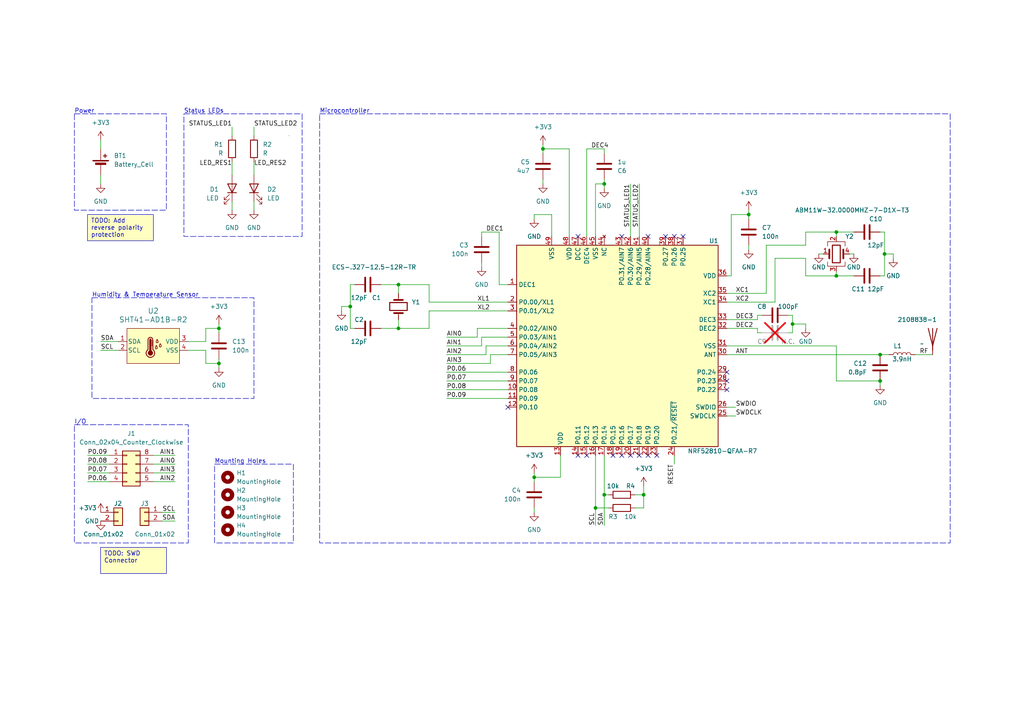
<source format=kicad_sch>
(kicad_sch (version 20230121) (generator eeschema)
  (paper "A4")
  (lib_symbols
    (symbol "Connector_Generic:Conn_01x02" (pin_names (offset 1.016) hide)
      (property "Reference" "J" (at 0 2.54 0))
      (property "Value" "Conn_01x02" (at 0 -5.08 0))
      (symbol "Conn_01x02_1_1"
        (rectangle (start -1.27 -2.413) (end 0 -2.667) (stroke (width 0.1524)))
        (rectangle (start -1.27 0.127) (end 0 -0.127) (stroke (width 0.1524)))
        (rectangle (start -1.27 1.27) (end 1.27 -3.81) (stroke (width 0.254)) (fill (type background)))
        (pin passive line (at -5.08 0 0) (length 3.81) (name "Pin_1") (number "1"))
        (pin passive line (at -5.08 -2.54 0) (length 3.81) (name "Pin_2") (number "2"))
      )
    )
    (symbol "Connector_Generic:Conn_02x04_Counter_Clockwise" (pin_names (offset 1.016) hide)
      (property "Reference" "J" (at 1.27 5.08 0))
      (property "Value" "Conn_02x04_Counter_Clockwise" (at 1.27 -7.62 0))
      (symbol "Conn_02x04_Counter_Clockwise_1_1"
        (rectangle (start -1.27 -4.953) (end 0 -5.207) (stroke (width 0.1524)))
        (rectangle (start -1.27 -2.413) (end 0 -2.667) (stroke (width 0.1524)))
        (rectangle (start -1.27 0.127) (end 0 -0.127) (stroke (width 0.1524)))
        (rectangle (start -1.27 2.667) (end 0 2.413) (stroke (width 0.1524)))
        (rectangle (start -1.27 3.81) (end 3.81 -6.35) (stroke (width 0.254)) (fill (type background)))
        (rectangle (start 3.81 -4.953) (end 2.54 -5.207) (stroke (width 0.1524)))
        (rectangle (start 3.81 -2.413) (end 2.54 -2.667) (stroke (width 0.1524)))
        (rectangle (start 3.81 0.127) (end 2.54 -0.127) (stroke (width 0.1524)))
        (rectangle (start 3.81 2.667) (end 2.54 2.413) (stroke (width 0.1524)))
        (pin passive line (at -5.08 2.54 0) (length 3.81) (name "Pin_1") (number "1"))
        (pin passive line (at -5.08 0 0) (length 3.81) (name "Pin_2") (number "2"))
        (pin passive line (at -5.08 -2.54 0) (length 3.81) (name "Pin_3") (number "3"))
        (pin passive line (at -5.08 -5.08 0) (length 3.81) (name "Pin_4") (number "4"))
        (pin passive line (at 7.62 -5.08 180) (length 3.81) (name "Pin_5") (number "5"))
        (pin passive line (at 7.62 -2.54 180) (length 3.81) (name "Pin_6") (number "6"))
        (pin passive line (at 7.62 0 180) (length 3.81) (name "Pin_7") (number "7"))
        (pin passive line (at 7.62 2.54 180) (length 3.81) (name "Pin_8") (number "8"))
      )
    )
    (symbol "Device:Antenna" (pin_numbers hide) (pin_names (offset 1.016) hide)
      (property "Reference" "AE" (at -1.905 1.905 0))
      (property "Value" "Antenna" (at -1.905 0 0))
      (symbol "Antenna_0_1"
        (polyline (pts (xy 0 2.54) (xy 0 -3.81)) (stroke (width 0.254)))
        (polyline (pts (xy 1.27 2.54) (xy 0 -2.54) (xy -1.27 2.54)) (stroke (width 0.254)))
      )
      (symbol "Antenna_1_1"
        (pin input line (at 0 -5.08 90) (length 2.54) (name "A") (number "1"))
      )
    )
    (symbol "Device:Battery_Cell" (pin_numbers hide) (pin_names (offset 0) hide)
      (property "Reference" "BT" (at 2.54 2.54 0))
      (property "Value" "Battery_Cell" (at 2.54 0 0))
      (symbol "Battery_Cell_0_1"
        (rectangle (start -2.286 1.778) (end 2.286 1.524) (fill (type outline)))
        (rectangle (start -1.524 1.016) (end 1.524 0.508) (fill (type outline)))
        (polyline (pts (xy 0 0.762) (xy 0 0)))
        (polyline (pts (xy 0 1.778) (xy 0 2.54)))
        (polyline (pts (xy 0.762 3.048) (xy 1.778 3.048)) (stroke (width 0.254)))
        (polyline (pts (xy 1.27 3.556) (xy 1.27 2.54)) (stroke (width 0.254)))
      )
      (symbol "Battery_Cell_1_1"
        (pin passive line (at 0 5.08 270) (length 2.54) (name "+") (number "1"))
        (pin passive line (at 0 -2.54 90) (length 2.54) (name "-") (number "2"))
      )
    )
    (symbol "Device:C" (pin_numbers hide) (pin_names (offset 0.254))
      (property "Reference" "C" (at 0.635 2.54 0))
      (property "Value" "C" (at 0.635 -2.54 0))
      (symbol "C_0_1"
        (polyline (pts (xy -2.032 -0.762) (xy 2.032 -0.762)) (stroke (width 0.508)))
        (polyline (pts (xy -2.032 0.762) (xy 2.032 0.762)) (stroke (width 0.508)))
      )
      (symbol "C_1_1"
        (pin passive line (at 0 3.81 270) (length 2.794) (name "~") (number "1"))
        (pin passive line (at 0 -3.81 90) (length 2.794) (name "~") (number "2"))
      )
    )
    (symbol "Device:Crystal" (pin_numbers hide) (pin_names (offset 1.016) hide)
      (property "Reference" "Y" (at 0 3.81 0))
      (property "Value" "Crystal" (at 0 -3.81 0))
      (symbol "Crystal_0_1"
        (rectangle (start -1.143 2.54) (end 1.143 -2.54) (stroke (width 0.3048)))
        (polyline (pts (xy -2.54 0) (xy -1.905 0)))
        (polyline (pts (xy -1.905 -1.27) (xy -1.905 1.27)) (stroke (width 0.508)))
        (polyline (pts (xy 1.905 -1.27) (xy 1.905 1.27)) (stroke (width 0.508)))
        (polyline (pts (xy 2.54 0) (xy 1.905 0)))
      )
      (symbol "Crystal_1_1"
        (pin passive line (at -3.81 0 0) (length 1.27) (name "1") (number "1"))
        (pin passive line (at 3.81 0 180) (length 1.27) (name "2") (number "2"))
      )
    )
    (symbol "Device:Crystal_GND23" (pin_names (offset 1.016) hide)
      (property "Reference" "Y" (at 3.175 5.08 0))
      (property "Value" "Crystal_GND23" (at 3.175 3.175 0))
      (symbol "Crystal_GND23_0_1"
        (rectangle (start -1.143 2.54) (end 1.143 -2.54) (stroke (width 0.3048)))
        (polyline (pts (xy -2.54 0) (xy -2.032 0)))
        (polyline (pts (xy -2.032 -1.27) (xy -2.032 1.27)) (stroke (width 0.508)))
        (polyline (pts (xy 0 -3.81) (xy 0 -3.556)))
        (polyline (pts (xy 0 3.556) (xy 0 3.81)))
        (polyline (pts (xy 2.032 -1.27) (xy 2.032 1.27)) (stroke (width 0.508)))
        (polyline (pts (xy 2.032 0) (xy 2.54 0)))
        (polyline (pts (xy -2.54 -2.286) (xy -2.54 -3.556) (xy 2.54 -3.556) (xy 2.54 -2.286)))
        (polyline (pts (xy -2.54 2.286) (xy -2.54 3.556) (xy 2.54 3.556) (xy 2.54 2.286)))
      )
      (symbol "Crystal_GND23_1_1"
        (pin passive line (at -3.81 0 0) (length 1.27) (name "1") (number "1"))
        (pin passive line (at 0 5.08 270) (length 1.27) (name "2") (number "2"))
        (pin passive line (at 0 -5.08 90) (length 1.27) (name "3") (number "3"))
        (pin passive line (at 3.81 0 180) (length 1.27) (name "4") (number "4"))
      )
    )
    (symbol "Device:L" (pin_numbers hide) (pin_names (offset 1.016) hide)
      (property "Reference" "L" (at -1.27 0 90))
      (property "Value" "L" (at 1.905 0 90))
      (symbol "L_0_1"
        (arc (start 0 -2.54) (mid 0.6323 -1.905) (end 0 -1.27))
        (arc (start 0 -1.27) (mid 0.6323 -0.635) (end 0 0))
        (arc (start 0 0) (mid 0.6323 0.635) (end 0 1.27))
        (arc (start 0 1.27) (mid 0.6323 1.905) (end 0 2.54))
      )
      (symbol "L_1_1"
        (pin passive line (at 0 3.81 270) (length 1.27) (name "1") (number "1"))
        (pin passive line (at 0 -3.81 90) (length 1.27) (name "2") (number "2"))
      )
    )
    (symbol "Device:LED" (pin_numbers hide) (pin_names (offset 1.016) hide)
      (property "Reference" "D" (at 0 2.54 0))
      (property "Value" "LED" (at 0 -2.54 0))
      (symbol "LED_0_1"
        (polyline (pts (xy -1.27 -1.27) (xy -1.27 1.27)) (stroke (width 0.254)))
        (polyline (pts (xy -1.27 0) (xy 1.27 0)))
        (polyline (pts (xy 1.27 -1.27) (xy 1.27 1.27) (xy -1.27 0) (xy 1.27 -1.27)) (stroke (width 0.254)))
        (polyline (pts (xy -3.048 -0.762) (xy -4.572 -2.286) (xy -3.81 -2.286) (xy -4.572 -2.286) (xy -4.572 -1.524)))
        (polyline (pts (xy -1.778 -0.762) (xy -3.302 -2.286) (xy -2.54 -2.286) (xy -3.302 -2.286) (xy -3.302 -1.524)))
      )
      (symbol "LED_1_1"
        (pin passive line (at -3.81 0 0) (length 2.54) (name "K") (number "1"))
        (pin passive line (at 3.81 0 180) (length 2.54) (name "A") (number "2"))
      )
    )
    (symbol "Device:R" (pin_numbers hide) (pin_names (offset 0))
      (property "Reference" "R" (at 2.032 0 90))
      (property "Value" "R" (at 0 0 90))
      (symbol "R_0_1"
        (rectangle (start -1.016 -2.54) (end 1.016 2.54) (stroke (width 0.254)))
      )
      (symbol "R_1_1"
        (pin passive line (at 0 3.81 270) (length 1.27) (name "~") (number "1"))
        (pin passive line (at 0 -3.81 90) (length 1.27) (name "~") (number "2"))
      )
    )
    (symbol "Mechanical:MountingHole" (pin_names (offset 1.016))
      (property "Reference" "H" (at 0 5.08 0))
      (property "Value" "MountingHole" (at 0 3.175 0))
      (symbol "MountingHole_0_1"
        (circle (center 0 0) (radius 1.27) (stroke (width 1.27)))
      )
    )
    (symbol "encyclopedia_galactica:NRF52810-QFAA-R7"
      (property "Reference" "U" (at 0 54.61 0))
      (property "Value" "NRF52810-QFAA-R7" (at 0 52.07 0))
      (symbol "NRF52810-QFAA-R7_0_1"
        (rectangle (start -29.21 29.21) (end 29.21 -29.21) (stroke (width 0.254)) (fill (type background)))
      )
      (symbol "NRF52810-QFAA-R7_1_1"
        (pin passive line (at -31.75 17.78 0) (length 2.54) (name "DEC1") (number "1"))
        (pin bidirectional line (at -31.75 -12.7 0) (length 2.54) (name "P0.08") (number "10"))
        (pin bidirectional line (at -31.75 -15.24 0) (length 2.54) (name "P0.09") (number "11"))
        (pin bidirectional line (at -31.75 -17.78 0) (length 2.54) (name "P0.10") (number "12"))
        (pin power_in line (at -16.51 -31.75 90) (length 2.54) (name "VDD") (number "13"))
        (pin bidirectional line (at -11.43 -31.75 90) (length 2.54) (name "P0.11") (number "14"))
        (pin bidirectional line (at -8.89 -31.75 90) (length 2.54) (name "P0.12") (number "15"))
        (pin bidirectional line (at -6.35 -31.75 90) (length 2.54) (name "P0.13") (number "16"))
        (pin bidirectional line (at -3.81 -31.75 90) (length 2.54) (name "P0.14") (number "17"))
        (pin bidirectional line (at -1.27 -31.75 90) (length 2.54) (name "P0.15") (number "18"))
        (pin bidirectional line (at 1.27 -31.75 90) (length 2.54) (name "P0.16") (number "19"))
        (pin bidirectional line (at -31.75 12.7 0) (length 2.54) (name "P0.00/XL1") (number "2"))
        (pin bidirectional line (at 3.81 -31.75 90) (length 2.54) (name "P0.17") (number "20"))
        (pin bidirectional line (at 6.35 -31.75 90) (length 2.54) (name "P0.18") (number "21"))
        (pin bidirectional line (at 8.89 -31.75 90) (length 2.54) (name "P0.19") (number "22"))
        (pin bidirectional line (at 11.43 -31.75 90) (length 2.54) (name "P0.20") (number "23"))
        (pin bidirectional line (at 16.51 -31.75 90) (length 2.54) (name "P0.21/~{RESET}") (number "24"))
        (pin input line (at 31.75 -20.32 180) (length 2.54) (name "SWDCLK") (number "25"))
        (pin bidirectional line (at 31.75 -17.78 180) (length 2.54) (name "SWDIO") (number "26"))
        (pin bidirectional line (at 31.75 -12.7 180) (length 2.54) (name "P0.22") (number "27"))
        (pin bidirectional line (at 31.75 -10.16 180) (length 2.54) (name "P0.23") (number "28"))
        (pin bidirectional line (at 31.75 -7.62 180) (length 2.54) (name "P0.24") (number "29"))
        (pin bidirectional line (at -31.75 10.16 0) (length 2.54) (name "P0.01/XL2") (number "3"))
        (pin passive line (at 31.75 -2.54 180) (length 2.54) (name "ANT") (number "30"))
        (pin power_in line (at 31.75 0 180) (length 2.54) (name "VSS") (number "31"))
        (pin passive line (at 31.75 5.08 180) (length 2.54) (name "DEC2") (number "32"))
        (pin passive line (at 31.75 7.62 180) (length 2.54) (name "DEC3") (number "33"))
        (pin input line (at 31.75 12.7 180) (length 2.54) (name "XC1") (number "34"))
        (pin input line (at 31.75 15.24 180) (length 2.54) (name "XC2") (number "35"))
        (pin passive line (at 31.75 20.32 180) (length 2.54) (name "VDD") (number "36"))
        (pin bidirectional line (at 19.05 31.75 270) (length 2.54) (name "P0.25") (number "37"))
        (pin bidirectional line (at 16.51 31.75 270) (length 2.54) (name "P0.26") (number "38"))
        (pin bidirectional line (at 13.97 31.75 270) (length 2.54) (name "P0.27") (number "39"))
        (pin bidirectional line (at -31.75 5.08 0) (length 2.54) (name "P0.02/AIN0") (number "4"))
        (pin bidirectional line (at 8.89 31.75 270) (length 2.54) (name "P0.28/AIN4") (number "40"))
        (pin bidirectional line (at 6.35 31.75 270) (length 2.54) (name "P0.29/AIN5") (number "41"))
        (pin bidirectional line (at 3.81 31.75 270) (length 2.54) (name "P0.30/AIN6") (number "42"))
        (pin bidirectional line (at 1.27 31.75 270) (length 2.54) (name "P0.31/AIN7") (number "43"))
        (pin no_connect line (at -3.81 31.75 270) (length 2.54) (name "NC") (number "44"))
        (pin passive line (at -6.35 31.75 270) (length 2.54) (name "VSS") (number "45"))
        (pin passive line (at -8.89 31.75 270) (length 2.54) (name "DEC4") (number "46"))
        (pin power_out line (at -11.43 31.75 270) (length 2.54) (name "DCC") (number "47"))
        (pin passive line (at -13.97 31.75 270) (length 2.54) (name "VDD") (number "48"))
        (pin passive line (at -19.05 31.75 270) (length 2.54) (name "VSS") (number "49"))
        (pin bidirectional line (at -31.75 2.54 0) (length 2.54) (name "P0.03/AIN1") (number "5"))
        (pin bidirectional line (at -31.75 0 0) (length 2.54) (name "P0.04/AIN2") (number "6"))
        (pin bidirectional line (at -31.75 -2.54 0) (length 2.54) (name "P0.05/AIN3") (number "7"))
        (pin bidirectional line (at -31.75 -7.62 0) (length 2.54) (name "P0.06") (number "8"))
        (pin bidirectional line (at -31.75 -10.16 0) (length 2.54) (name "P0.07") (number "9"))
      )
    )
    (symbol "encyclopedia_galactica:SHT41-AD1B-R2" (pin_names (offset 0.254))
      (property "Reference" "U" (at 0 13.97 0))
      (property "Value" "SHT41-AD1B-R2" (at 0 11.43 0))
      (symbol "SHT41-AD1B-R2_0_0"
        (polyline (pts (xy -0.7782 -2.7679) (xy -0.7538 -2.7614) (xy -0.6273 -2.7452) (xy -0.5713 -2.733) (xy -0.4386 -2.65) (xy -0.3005 -2.5149) (xy -0.1862 -2.3589) (xy -0.1253 -2.2133) (xy -0.1122 -1.9777) (xy -0.1841 -1.7536) (xy -0.3553 -1.5359) (xy -0.5465 -1.3446) (xy -0.5465 0.2882) (xy -0.5465 1.9209) (xy -0.6855 2.012) (xy -0.7691 2.0613) (xy -0.8546 2.0708) (xy -0.9634 2.012) (xy -1.1023 1.9209) (xy -1.1023 0.2767) (xy -1.1023 -1.3675) (xy -1.2424 -1.4777) (xy -1.2888 -1.5171) (xy -1.4497 -1.7284) (xy -1.5229 -1.9679) (xy -1.5126 -2.2124) (xy -1.4228 -2.4384) (xy -1.2576 -2.6226) (xy -1.0211 -2.7416) (xy -0.8813 -2.7694) (xy -0.7782 -2.7679)) (stroke (width 0.01)) (fill (type outline)))
        (polyline (pts (xy 2.1727 -0.3391) (xy 2.3119 -0.2679) (xy 2.3683 -0.175) (xy 2.3992 -0.0278) (xy 2.3871 0.0546) (xy 2.337 0.2108) (xy 2.2619 0.3868) (xy 2.177 0.5511) (xy 2.0973 0.6727) (xy 2.0379 0.7202) (xy 1.9994 0.6955) (xy 1.9245 0.5928) (xy 1.8393 0.4391) (xy 1.7593 0.2658) (xy 1.6999 0.1045) (xy 1.6767 -0.0135) (xy 1.6805 -0.0349) (xy 1.7878 -0.0349) (xy 1.7977 0.0177) (xy 1.8421 0.1542) (xy 1.9103 0.3256) (xy 2.0328 0.6103) (xy 2.1597 0.3359) (xy 2.2226 0.1922) (xy 2.2764 0.0231) (xy 2.275 -0.0919) (xy 2.2213 -0.1774) (xy 2.1655 -0.214) (xy 2.0379 -0.2441) (xy 1.9584 -0.2324) (xy 1.8367 -0.1559) (xy 1.7878 -0.0349) (xy 1.6805 -0.0349) (xy 1.6952 -0.1171) (xy 1.7686 -0.2536) (xy 1.8305 -0.3015) (xy 1.9945 -0.3498) (xy 2.1727 -0.3391)) (stroke (width 0.01)) (fill (type outline)))
        (polyline (pts (xy 1.2779 0.8852) (xy 1.3876 0.9342) (xy 1.439 1.0346) (xy 1.4494 1.2197) (xy 1.4056 1.4476) (xy 1.3104 1.6903) (xy 1.2438 1.815) (xy 1.1682 1.9333) (xy 1.1209 1.9791) (xy 1.087 1.9506) (xy 1.016 1.8457) (xy 0.9313 1.6903) (xy 0.8493 1.4902) (xy 0.7962 1.2577) (xy 0.7964 1.2083) (xy 0.8985 1.2083) (xy 0.907 1.2863) (xy 0.947 1.4367) (xy 1.0063 1.5899) (xy 1.0699 1.7089) (xy 1.1227 1.7568) (xy 1.1687 1.7194) (xy 1.2295 1.6057) (xy 1.286 1.4514) (xy 1.3252 1.2933) (xy 1.3338 1.1679) (xy 1.3235 1.1054) (xy 1.2709 1.0212) (xy 1.1467 0.9899) (xy 1.1356 0.9889) (xy 0.987 0.994) (xy 0.9164 1.0597) (xy 0.8985 1.2083) (xy 0.7964 1.2083) (xy 0.7968 1.063) (xy 0.8541 0.9342) (xy 0.9555 0.8871) (xy 1.116 0.8695) (xy 1.2779 0.8852)) (stroke (width 0.01)) (fill (type outline)))
        (polyline (pts (xy 1.1245 -0.8535) (xy 1.1312 -0.8498) (xy 1.2085 -0.7577) (xy 1.2315 -0.5895) (xy 1.2238 -0.507) (xy 1.1823 -0.3342) (xy 1.116 -0.1464) (xy 1.038 0.0259) (xy 0.9612 0.1517) (xy 0.8985 0.2005) (xy 0.864 0.1827) (xy 0.7914 0.0847) (xy 0.7123 -0.0722) (xy 0.6397 -0.2572) (xy 0.5864 -0.4397) (xy 0.5682 -0.5702) (xy 0.6762 -0.5702) (xy 0.6847 -0.4923) (xy 0.7246 -0.3419) (xy 0.784 -0.1887) (xy 0.8476 -0.0697) (xy 0.9004 -0.0218) (xy 0.9464 -0.0591) (xy 1.0072 -0.1728) (xy 1.0637 -0.3271) (xy 1.1029 -0.4853) (xy 1.1115 -0.6106) (xy 1.1012 -0.6731) (xy 1.0485 -0.7574) (xy 0.9243 -0.7887) (xy 0.9133 -0.7897) (xy 0.7647 -0.7846) (xy 0.6941 -0.7188) (xy 0.6762 -0.5702) (xy 0.5682 -0.5702) (xy 0.5656 -0.5887) (xy 0.5845 -0.7427) (xy 0.6623 -0.851) (xy 0.7257 -0.88) (xy 0.9286 -0.906) (xy 1.1245 -0.8535)) (stroke (width 0.01)) (fill (type outline)))
        (polyline (pts (xy -0.5545 -3.3797) (xy -0.2175 -3.2426) (xy 0.0945 -2.9972) (xy 0.1243 -2.9669) (xy 0.3463 -2.6832) (xy 0.4707 -2.3844) (xy 0.5089 -2.044) (xy 0.476 -1.8294) (xy 0.3828 -1.5698) (xy 0.2505 -1.3237) (xy 0.1 -1.1376) (xy -0.0463 -1.0029) (xy -0.0464 0.4742) (xy -0.0467 0.7893) (xy -0.0488 1.1761) (xy -0.0534 1.4752) (xy -0.0614 1.7005) (xy -0.0736 1.8661) (xy -0.0909 1.986) (xy -0.1139 2.0742) (xy -0.1437 2.1447) (xy -0.2598 2.3183) (xy -0.4689 2.4887) (xy -0.7142 2.5745) (xy -0.9722 2.5687) (xy -1.2192 2.4643) (xy -1.2384 2.4513) (xy -1.3421 2.3751) (xy -1.424 2.294) (xy -1.4867 2.1948) (xy -1.5327 2.0641) (xy -1.5646 1.8887) (xy -1.585 1.6553) (xy -1.5964 1.3506) (xy -1.6014 0.9613) (xy -1.6025 0.4742) (xy -1.6026 -1.0029) (xy -1.7489 -1.1376) (xy -1.8907 -1.3105) (xy -2.0247 -1.5544) (xy -2.1208 -1.8145) (xy -2.1578 -2.044) (xy -2.1575 -2.0827) (xy -2.138 -2.2218) (xy -1.9808 -2.2218) (xy -1.9707 -1.897) (xy -1.8626 -1.5804) (xy -1.6554 -1.2905) (xy -1.4358 -1.0597) (xy -1.4358 0.4346) (xy -1.4358 0.4797) (xy -1.4346 0.9365) (xy -1.4309 1.2963) (xy -1.424 1.572) (xy -1.4133 1.7764) (xy -1.398 1.9226) (xy -1.3777 2.0235) (xy -1.3515 2.0921) (xy -1.3513 2.0925) (xy -1.216 2.2564) (xy -1.0244 2.3768) (xy -0.8244 2.4237) (xy -0.7891 2.4224) (xy -0.5709 2.3561) (xy -0.3871 2.2073) (xy -0.2603 2.0002) (xy -0.2131 1.7595) (xy -0.2144 1.7118) (xy -0.2434 1.6157) (xy -0.3242 1.59) (xy -0.389 1.5745) (xy -0.4354 1.5066) (xy -0.4147 1.458) (xy -0.3242 1.4233) (xy -0.2391 1.3933) (xy -0.2131 1.2843) (xy -0.237 1.1779) (xy -0.3242 1.1454) (xy -0.389 1.1299) (xy -0.4354 1.062) (xy -0.4147 1.0134) (xy -0.3242 0.9786) (xy -0.2391 0.9486) (xy -0.2131 0.8397) (xy -0.237 0.7333) (xy -0.3242 0.7007) (xy -0.389 0.6853) (xy -0.4354 0.6174) (xy -0.4147 0.5687) (xy -0.3242 0.534) (xy -0.2391 0.504) (xy -0.2131 0.395) (xy -0.237 0.2887) (xy -0.3242 0.2561) (xy -0.389 0.2406) (xy -0.4354 0.1727) (xy -0.4147 0.1241) (xy -0.3242 0.0894) (xy -0.3128 0.0892) (xy -0.2667 0.0778) (xy -0.2375 0.0345) (xy -0.2213 -0.0606) (xy -0.2145 -0.2272) (xy -0.2131 -0.4852) (xy -0.2131 -1.0597) (xy 0.0065 -1.2905) (xy 0.1132 -1.418) (xy 0.2758 -1.7239) (xy 0.3386 -2.0486) (xy 0.3025 -2.3736) (xy 0.168 -2.6806) (xy -0.0639 -2.9511) (xy -0.1168 -2.9941) (xy -0.3007 -3.1115) (xy -0.4755 -3.1865) (xy -0.586 -3.2131) (xy -0.9384 -3.2355) (xy -1.2628 -3.1514) (xy -1.568 -2.9592) (xy -1.7106 -2.8208) (xy -1.8938 -2.5359) (xy -1.9808 -2.2218) (xy -2.138 -2.2218) (xy -2.1106 -2.4174) (xy -1.9764 -2.7137) (xy -1.7434 -2.9978) (xy -1.5826 -3.142) (xy -1.4085 -3.2682) (xy -1.2691 -3.3395) (xy -0.9161 -3.4084) (xy -0.5545 -3.3797)) (stroke (width 0.01)) (fill (type outline)))
      )
      (symbol "SHT41-AD1B-R2_1_1"
        (rectangle (start -7.62 5.08) (end 7.62 -5.08) (fill (type background)))
        (pin bidirectional line (at -10.16 1.27 0) (length 2.54) (name "SDA") (number "1"))
        (pin input line (at -10.16 -1.27 0) (length 2.54) (name "SCL") (number "2"))
        (pin power_in line (at 10.16 1.27 180) (length 2.54) (name "VDD") (number "3"))
        (pin power_out line (at 10.16 -1.27 180) (length 2.54) (name "VSS") (number "4"))
      )
    )
    (symbol "power:+3V3" (power) (pin_names (offset 0))
      (property "Value" "+3V3" (at 0 3.556 0))
      (symbol "+3V3_0_1"
        (polyline (pts (xy -0.762 1.27) (xy 0 2.54)))
        (polyline (pts (xy 0 0) (xy 0 2.54)))
        (polyline (pts (xy 0 2.54) (xy 0.762 1.27)))
      )
      (symbol "+3V3_1_1"
        (pin power_in line (at 0 0 90) (length 0) hide (name "+3V3") (number "1"))
      )
    )
    (symbol "power:GND" (power) (pin_names (offset 0))
      (property "Value" "GND" (at 0 -3.81 0))
      (symbol "GND_0_1"
        (polyline (pts (xy 0 0) (xy 0 -1.27) (xy 1.27 -1.27) (xy 0 -2.54) (xy -1.27 -1.27) (xy 0 -1.27)))
      )
      (symbol "GND_1_1"
        (pin power_in line (at 0 0 270) (length 0) hide (name "GND") (number "1"))
      )
    )
  )
  (junction (at 242.57 67.31))
  (junction (at 175.26 143.51))
  (junction (at 255.27 110.49))
  (junction (at 175.26 53.34))
  (junction (at 186.69 143.51))
  (junction (at 255.27 102.87))
  (junction (at 115.57 95.25))
  (junction (at 63.5 105.41))
  (junction (at 154.94 138.43))
  (junction (at 217.17 62.23))
  (junction (at 242.57 80.01))
  (junction (at 101.6 88.9))
  (junction (at 229.87 93.98))
  (junction (at 115.57 82.55))
  (junction (at 63.5 95.25))
  (junction (at 256.54 73.66))
  (junction (at 157.48 43.18))
  (junction (at 172.72 147.32))
  (no_connect (at 182.88 132.08))
  (no_connect (at 147.32 118.11))
  (no_connect (at 210.82 113.03))
  (no_connect (at 210.82 110.49))
  (no_connect (at 167.64 132.08))
  (no_connect (at 180.34 132.08))
  (no_connect (at 170.18 132.08))
  (no_connect (at 177.8 132.08))
  (no_connect (at 190.5 132.08))
  (no_connect (at 187.96 68.58))
  (no_connect (at 185.42 132.08))
  (no_connect (at 180.34 68.58))
  (no_connect (at 187.96 132.08))
  (no_connect (at 195.58 68.58))
  (no_connect (at 193.04 68.58))
  (no_connect (at 210.82 107.95))
  (no_connect (at 198.12 68.58))
  (no_connect (at 167.64 68.58))
  (wire (pts (xy 129.54 100.33) (xy 139.7 100.33)))
  (wire (pts (xy 139.7 76.2) (xy 139.7 77.47)))
  (wire (pts (xy 101.6 95.25) (xy 101.6 88.9)))
  (wire (pts (xy 175.26 52.07) (xy 175.26 53.34)))
  (wire (pts (xy 242.57 80.01) (xy 242.57 78.74)))
  (wire (pts (xy 212.09 80.01) (xy 210.82 80.01)))
  (wire (pts (xy 29.21 101.6) (xy 34.29 101.6)))
  (wire (pts (xy 147.32 97.79) (xy 139.7 97.79)))
  (wire (pts (xy 222.25 71.12) (xy 222.25 85.09)))
  (wire (pts (xy 157.48 52.07) (xy 157.48 53.34)))
  (wire (pts (xy 129.54 115.57) (xy 147.32 115.57)))
  (wire (pts (xy 233.68 93.98) (xy 229.87 93.98)))
  (wire (pts (xy 184.15 143.51) (xy 186.69 143.51)))
  (wire (pts (xy 224.79 74.93) (xy 233.68 74.93)))
  (wire (pts (xy 63.5 93.98) (xy 63.5 95.25)))
  (wire (pts (xy 115.57 82.55) (xy 115.57 85.09)))
  (wire (pts (xy 124.46 82.55) (xy 124.46 87.63)))
  (wire (pts (xy 265.43 102.87) (xy 270.51 102.87)))
  (wire (pts (xy 29.21 50.8) (xy 29.21 53.34)))
  (wire (pts (xy 172.72 147.32) (xy 176.53 147.32)))
  (wire (pts (xy 182.88 53.34) (xy 182.88 68.58)))
  (wire (pts (xy 140.97 100.33) (xy 140.97 102.87)))
  (wire (pts (xy 44.45 137.16) (xy 50.8 137.16)))
  (wire (pts (xy 59.69 95.25) (xy 63.5 95.25)))
  (wire (pts (xy 175.26 143.51) (xy 175.26 152.4)))
  (wire (pts (xy 256.54 80.01) (xy 256.54 73.66)))
  (wire (pts (xy 220.98 96.52) (xy 219.71 96.52)))
  (wire (pts (xy 185.42 53.34) (xy 185.42 68.58)))
  (wire (pts (xy 67.31 36.83) (xy 67.31 39.37)))
  (wire (pts (xy 175.26 143.51) (xy 176.53 143.51)))
  (wire (pts (xy 102.87 95.25) (xy 101.6 95.25)))
  (wire (pts (xy 154.94 147.32) (xy 154.94 148.59)))
  (wire (pts (xy 129.54 102.87) (xy 140.97 102.87)))
  (wire (pts (xy 129.54 107.95) (xy 147.32 107.95)))
  (wire (pts (xy 129.54 110.49) (xy 147.32 110.49)))
  (wire (pts (xy 139.7 68.58) (xy 139.7 67.31)))
  (wire (pts (xy 29.21 40.64) (xy 29.21 43.18)))
  (wire (pts (xy 154.94 138.43) (xy 162.56 138.43)))
  (wire (pts (xy 144.78 82.55) (xy 144.78 67.31)))
  (wire (pts (xy 144.78 67.31) (xy 139.7 67.31)))
  (wire (pts (xy 172.72 147.32) (xy 172.72 152.4)))
  (wire (pts (xy 147.32 95.25) (xy 138.43 95.25)))
  (wire (pts (xy 233.68 95.25) (xy 233.68 93.98)))
  (wire (pts (xy 255.27 102.87) (xy 257.81 102.87)))
  (wire (pts (xy 229.87 93.98) (xy 229.87 96.52)))
  (wire (pts (xy 59.69 99.06) (xy 59.69 95.25)))
  (wire (pts (xy 44.45 139.7) (xy 50.8 139.7)))
  (wire (pts (xy 217.17 60.96) (xy 217.17 62.23)))
  (wire (pts (xy 63.5 95.25) (xy 63.5 96.52)))
  (wire (pts (xy 242.57 67.31) (xy 233.68 67.31)))
  (wire (pts (xy 238.76 73.66) (xy 237.49 73.66)))
  (wire (pts (xy 170.18 43.18) (xy 170.18 68.58)))
  (wire (pts (xy 129.54 113.03) (xy 147.32 113.03)))
  (wire (pts (xy 220.98 91.44) (xy 219.71 91.44)))
  (wire (pts (xy 154.94 138.43) (xy 154.94 139.7)))
  (wire (pts (xy 165.1 43.18) (xy 157.48 43.18)))
  (wire (pts (xy 228.6 91.44) (xy 229.87 91.44)))
  (wire (pts (xy 25.4 134.62) (xy 31.75 134.62)))
  (wire (pts (xy 154.94 137.16) (xy 154.94 138.43)))
  (wire (pts (xy 210.82 100.33) (xy 242.57 100.33)))
  (wire (pts (xy 99.06 90.17) (xy 99.06 88.9)))
  (wire (pts (xy 210.82 102.87) (xy 255.27 102.87)))
  (wire (pts (xy 110.49 82.55) (xy 115.57 82.55)))
  (wire (pts (xy 142.24 102.87) (xy 142.24 105.41)))
  (wire (pts (xy 139.7 97.79) (xy 139.7 100.33)))
  (wire (pts (xy 157.48 41.91) (xy 157.48 43.18)))
  (wire (pts (xy 25.4 137.16) (xy 31.75 137.16)))
  (wire (pts (xy 165.1 68.58) (xy 165.1 43.18)))
  (wire (pts (xy 172.72 132.08) (xy 172.72 147.32)))
  (wire (pts (xy 224.79 74.93) (xy 224.79 87.63)))
  (wire (pts (xy 184.15 147.32) (xy 186.69 147.32)))
  (wire (pts (xy 186.69 143.51) (xy 186.69 140.97)))
  (wire (pts (xy 175.26 132.08) (xy 175.26 143.51)))
  (wire (pts (xy 242.57 67.31) (xy 242.57 68.58)))
  (wire (pts (xy 256.54 67.31) (xy 255.27 67.31)))
  (wire (pts (xy 233.68 80.01) (xy 242.57 80.01)))
  (wire (pts (xy 73.66 58.42) (xy 73.66 60.96)))
  (wire (pts (xy 195.58 132.08) (xy 195.58 134.62)))
  (wire (pts (xy 242.57 100.33) (xy 242.57 110.49)))
  (wire (pts (xy 247.65 73.66) (xy 246.38 73.66)))
  (wire (pts (xy 217.17 62.23) (xy 217.17 63.5)))
  (wire (pts (xy 50.8 148.59) (xy 46.99 148.59)))
  (wire (pts (xy 138.43 95.25) (xy 138.43 97.79)))
  (wire (pts (xy 242.57 110.49) (xy 255.27 110.49)))
  (wire (pts (xy 115.57 95.25) (xy 124.46 95.25)))
  (wire (pts (xy 25.4 132.08) (xy 31.75 132.08)))
  (wire (pts (xy 210.82 95.25) (xy 219.71 95.25)))
  (wire (pts (xy 50.8 151.13) (xy 46.99 151.13)))
  (wire (pts (xy 217.17 71.12) (xy 217.17 72.39)))
  (wire (pts (xy 25.4 139.7) (xy 31.75 139.7)))
  (wire (pts (xy 63.5 105.41) (xy 63.5 106.68)))
  (wire (pts (xy 157.48 43.18) (xy 157.48 44.45)))
  (wire (pts (xy 259.08 74.93) (xy 259.08 73.66)))
  (wire (pts (xy 124.46 87.63) (xy 147.32 87.63)))
  (wire (pts (xy 124.46 90.17) (xy 147.32 90.17)))
  (wire (pts (xy 67.31 58.42) (xy 67.31 60.96)))
  (wire (pts (xy 160.02 62.23) (xy 154.94 62.23)))
  (wire (pts (xy 67.31 46.99) (xy 67.31 50.8)))
  (wire (pts (xy 44.45 132.08) (xy 50.8 132.08)))
  (wire (pts (xy 115.57 82.55) (xy 124.46 82.55)))
  (wire (pts (xy 210.82 92.71) (xy 219.71 92.71)))
  (wire (pts (xy 212.09 62.23) (xy 217.17 62.23)))
  (wire (pts (xy 175.26 43.18) (xy 175.26 44.45)))
  (wire (pts (xy 228.6 96.52) (xy 229.87 96.52)))
  (wire (pts (xy 255.27 80.01) (xy 256.54 80.01)))
  (wire (pts (xy 138.43 97.79) (xy 129.54 97.79)))
  (wire (pts (xy 124.46 95.25) (xy 124.46 90.17)))
  (wire (pts (xy 175.26 53.34) (xy 175.26 54.61)))
  (wire (pts (xy 210.82 120.65) (xy 213.36 120.65)))
  (wire (pts (xy 101.6 88.9) (xy 101.6 82.55)))
  (wire (pts (xy 170.18 43.18) (xy 175.26 43.18)))
  (wire (pts (xy 73.66 46.99) (xy 73.66 50.8)))
  (wire (pts (xy 147.32 102.87) (xy 142.24 102.87)))
  (wire (pts (xy 186.69 147.32) (xy 186.69 143.51)))
  (wire (pts (xy 63.5 104.14) (xy 63.5 105.41)))
  (wire (pts (xy 224.79 87.63) (xy 210.82 87.63)))
  (wire (pts (xy 219.71 95.25) (xy 219.71 96.52)))
  (wire (pts (xy 233.68 67.31) (xy 233.68 71.12)))
  (wire (pts (xy 142.24 105.41) (xy 129.54 105.41)))
  (wire (pts (xy 44.45 134.62) (xy 50.8 134.62)))
  (wire (pts (xy 255.27 110.49) (xy 255.27 111.76)))
  (wire (pts (xy 54.61 99.06) (xy 59.69 99.06)))
  (wire (pts (xy 256.54 73.66) (xy 256.54 67.31)))
  (wire (pts (xy 172.72 53.34) (xy 175.26 53.34)))
  (wire (pts (xy 259.08 73.66) (xy 256.54 73.66)))
  (wire (pts (xy 59.69 101.6) (xy 59.69 105.41)))
  (wire (pts (xy 154.94 62.23) (xy 154.94 63.5)))
  (wire (pts (xy 160.02 68.58) (xy 160.02 62.23)))
  (wire (pts (xy 147.32 82.55) (xy 144.78 82.55)))
  (wire (pts (xy 73.66 36.83) (xy 73.66 39.37)))
  (wire (pts (xy 233.68 80.01) (xy 233.68 74.93)))
  (wire (pts (xy 247.65 67.31) (xy 242.57 67.31)))
  (wire (pts (xy 54.61 101.6) (xy 59.69 101.6)))
  (wire (pts (xy 229.87 91.44) (xy 229.87 93.98)))
  (wire (pts (xy 115.57 92.71) (xy 115.57 95.25)))
  (wire (pts (xy 29.21 99.06) (xy 34.29 99.06)))
  (wire (pts (xy 110.49 95.25) (xy 115.57 95.25)))
  (wire (pts (xy 147.32 100.33) (xy 140.97 100.33)))
  (wire (pts (xy 59.69 105.41) (xy 63.5 105.41)))
  (wire (pts (xy 162.56 132.08) (xy 162.56 138.43)))
  (wire (pts (xy 212.09 62.23) (xy 212.09 80.01)))
  (wire (pts (xy 172.72 53.34) (xy 172.72 68.58)))
  (wire (pts (xy 210.82 118.11) (xy 213.36 118.11)))
  (wire (pts (xy 222.25 71.12) (xy 233.68 71.12)))
  (wire (pts (xy 99.06 88.9) (xy 101.6 88.9)))
  (wire (pts (xy 247.65 80.01) (xy 242.57 80.01)))
  (wire (pts (xy 210.82 85.09) (xy 222.25 85.09)))
  (wire (pts (xy 101.6 82.55) (xy 102.87 82.55)))
  (wire (pts (xy 219.71 91.44) (xy 219.71 92.71)))
  (rectangle (start 53.34 33.02) (end 87.63 68.58) (stroke (width 0) (type dash)))
  (rectangle (start 21.59 123.19) (end 54.61 157.48) (stroke (width 0) (type dash)))
  (rectangle (start 21.59 33.02) (end 48.26 60.96) (stroke (width 0) (type dash)))
  (rectangle (start 92.71 33.02) (end 275.59 157.48) (stroke (width 0) (type dash)))
  (rectangle (start 26.67 86.36) (end 73.66 115.57) (stroke (width 0) (type dash)))
  (rectangle (start 62.23 134.62) (end 85.09 157.48) (stroke (width 0) (type dash)))
  (rectangle (start 83.82 39.37) (end 83.82 39.37))
  (text_box "TODO: Add reverse polarity protection" (at 25.4 62.23 0) (size 19.05 7.62) (fill (type color) (color 255 255 194 1)) (effects (font (size 1.27 1.27)) (justify left top)))
  (text_box "TODO: SWD Connector" (at 29.21 158.75 0) (size 19.05 7.62) (fill (type color) (color 255 255 194 1)) (effects (font (size 1.27 1.27)) (justify left top)))
  (text "Humidity & Temperature Sensor" (at 26.67 86.36 0) (effects (font (size 1.27 1.27)) (justify left bottom)))
  (text "Microcontroller" (at 92.71 33.02 0) (effects (font (size 1.27 1.27)) (justify left bottom)))
  (text "Mounting Holes" (at 62.23 134.62 0) (effects (font (size 1.27 1.27)) (justify left bottom)))
  (text "I/O" (at 21.59 123.19 0) (effects (font (size 1.27 1.27)) (justify left bottom)))
  (text "Status LEDs" (at 53.34 33.02 0) (effects (font (size 1.27 1.27)) (justify left bottom)))
  (text "Power" (at 21.59 33.02 0) (effects (font (size 1.27 1.27)) (justify left bottom)))
  (label "P0.06" (at 25.4 139.7 0))
  (label "ANT" (at 213.36 102.87 0))
  (label "AIN0" (at 129.54 97.79 0))
  (label "P0.06" (at 129.54 107.95 0))
  (label "SDA" (at 29.21 99.06 0))
  (label "AIN2" (at 50.8 139.7 180))
  (label "SCL" (at 50.8 148.59 180))
  (label "SWDIO" (at 213.36 118.11 0))
  (label "XC1" (at 213.36 85.09 0))
  (label "STATUS_LED1" (at 67.31 36.83 180))
  (label "SCL" (at 172.72 152.4 90))
  (label "DEC3" (at 213.36 92.71 0))
  (label "P0.08" (at 129.54 113.03 0))
  (label "P0.09" (at 25.4 132.08 0))
  (label "RF" (at 266.7 102.87 0))
  (label "STATUS_LED2" (at 185.42 53.34 270))
  (label "XL2" (at 138.43 90.17 0))
  (label "AIN3" (at 129.54 105.41 0))
  (label "DEC2" (at 213.36 95.25 0))
  (label "P0.08" (at 25.4 134.62 0))
  (label "AIN3" (at 50.8 137.16 180))
  (label "LED_RES1" (at 67.31 48.26 180))
  (label "DEC1" (at 140.97 67.31 0))
  (label "SDA" (at 175.26 152.4 90))
  (label "P0.07" (at 129.54 110.49 0))
  (label "SCL" (at 29.21 101.6 0))
  (label "P0.07" (at 25.4 137.16 0))
  (label "STATUS_LED2" (at 73.66 36.83 0))
  (label "P0.09" (at 129.54 115.57 0))
  (label "AIN1" (at 50.8 132.08 180))
  (label "SWDCLK" (at 213.36 120.65 0))
  (label "STATUS_LED1" (at 182.88 53.34 270))
  (label "DEC4" (at 171.45 43.18 0))
  (label "XL1" (at 138.43 87.63 0))
  (label "AIN2" (at 129.54 102.87 0))
  (label "XC2" (at 213.36 87.63 0))
  (label "LED_RES2" (at 73.66 48.26 0))
  (label "AIN1" (at 129.54 100.33 0))
  (label "RESET" (at 195.58 134.62 270))
  (label "AIN0" (at 50.8 134.62 180))
  (label "SDA" (at 50.8 151.13 180))
  (symbol (lib_id "power:GND") (at 237.49 73.66 0) (mirror y) (unit 1)
    (property "Reference" "#PWR016" (effects hide))
    (property "Value" "GND" (at 237.49 77.47 0))
  )
  (symbol (lib_id "Device:LED") (at 67.31 54.61 270) (mirror x) (unit 1)
    (property "Reference" "D1" (at 63.5 54.9275 90) (effects (justify right)))
    (property "Value" "LED" (at 63.5 57.4675 90) (effects (justify right)))
    (property "Footprint" "Resistor_SMD:R_0603_1608Metric" (effects hide))
  )
  (symbol (lib_id "power:+3V3") (at 63.5 93.98 0) (unit 1)
    (property "Reference" "#PWR020" (effects hide))
    (property "Value" "+3V3" (at 63.5 88.9 0))
  )
  (symbol (lib_id "Device:C") (at 106.68 95.25 270) (unit 1)
    (property "Reference" "C2" (at 104.14 92.71 90))
    (property "Value" "12pF" (at 104.14 99.06 90))
    (property "Footprint" "Capacitor_SMD:C_0603_1608Metric" (effects hide))
  )
  (symbol (lib_id "power:GND") (at 247.65 73.66 0) (mirror y) (unit 1)
    (property "Reference" "#PWR017" (effects hide))
    (property "Value" "GND" (at 247.65 77.47 0))
  )
  (symbol (lib_id "Device:C") (at 217.17 67.31 180) (unit 1)
    (property "Reference" "C7" (at 220.98 66.04 0) (effects (justify right)))
    (property "Value" "100n" (at 220.98 68.58 0) (effects (justify right)))
    (property "Footprint" "Capacitor_SMD:C_0603_1608Metric" (effects hide))
  )
  (symbol (lib_id "power:+3V3") (at 154.94 137.16 0) (unit 1)
    (property "Reference" "#PWR08" (effects hide))
    (property "Value" "+3V3" (at 154.94 132.08 0))
  )
  (symbol (lib_id "Device:C") (at 224.79 91.44 90) (unit 1)
    (property "Reference" "C8" (at 220.98 88.9 90))
    (property "Value" "100pF" (at 228.6 88.9 90))
    (property "Footprint" "Capacitor_SMD:C_0603_1608Metric" (effects hide))
  )
  (symbol (lib_id "power:GND") (at 255.27 111.76 0) (mirror y) (unit 1)
    (property "Reference" "#PWR018" (effects hide))
    (property "Value" "GND" (at 255.27 116.84 0))
  )
  (symbol (lib_id "power:GND") (at 73.66 60.96 0) (unit 1)
    (property "Reference" "#PWR04" (effects hide))
    (property "Value" "GND" (at 73.66 66.04 0))
  )
  (symbol (lib_id "power:GND") (at 63.5 106.68 0) (unit 1)
    (property "Reference" "#PWR021" (effects hide))
    (property "Value" "GND" (at 63.5 111.76 0))
  )
  (symbol (lib_id "power:GND") (at 139.7 77.47 0) (unit 1)
    (property "Reference" "#PWR06" (effects hide))
    (property "Value" "GND" (at 139.7 82.55 0))
  )
  (symbol (lib_id "Mechanical:MountingHole") (at 66.04 153.67 0) (unit 1)
    (property "Reference" "H4" (at 68.58 152.4 0) (effects (justify left)))
    (property "Value" "MountingHole" (at 68.58 154.94 0) (effects (justify left)))
    (property "Footprint" "MountingHole:MountingHole_2.2mm_M2" (effects hide))
  )
  (symbol (lib_id "power:GND") (at 157.48 53.34 0) (unit 1)
    (property "Reference" "#PWR011" (effects hide))
    (property "Value" "GND" (at 157.48 58.42 0))
  )
  (symbol (lib_id "power:+3V3") (at 217.17 60.96 0) (mirror y) (unit 1)
    (property "Reference" "#PWR013" (effects hide))
    (property "Value" "+3V3" (at 217.17 55.88 0))
  )
  (symbol (lib_id "Device:Crystal") (at 115.57 88.9 90) (unit 1)
    (property "Reference" "Y1" (at 119.38 87.63 90) (effects (justify right)))
    (property "Value" " ECS-.327-12.5-12R-TR " (at 95.25 77.47 90) (effects (justify right)))
    (property "Footprint" "encyclopedia_galactica:ECS-.327-12.5-12R-TR" (effects hide))
  )
  (symbol (lib_id "power:GND") (at 29.21 53.34 0) (unit 1)
    (property "Reference" "#PWR03" (effects hide))
    (property "Value" "GND" (at 29.21 58.42 0))
  )
  (symbol (lib_id "Device:C") (at 157.48 48.26 0) (mirror x) (unit 1)
    (property "Reference" "C5" (at 153.67 46.99 0) (effects (justify right)))
    (property "Value" "4u7" (at 153.67 49.53 0) (effects (justify right)))
    (property "Footprint" "Capacitor_SMD:C_0603_1608Metric" (effects hide))
  )
  (symbol (lib_id "Device:C") (at 106.68 82.55 270) (mirror x) (unit 1)
    (property "Reference" "C1" (at 109.22 86.36 90))
    (property "Value" "12pF" (at 104.14 86.36 90))
    (property "Footprint" "Capacitor_SMD:C_0603_1608Metric" (effects hide))
  )
  (symbol (lib_id "power:+3V3") (at 29.21 148.59 0) (unit 1)
    (property "Reference" "#PWR024" (effects hide))
    (property "Value" "+3V3" (at 25.4 147.32 0))
  )
  (symbol (lib_id "Device:C") (at 251.46 67.31 90) (unit 1)
    (property "Reference" "C10" (at 254 63.5 90))
    (property "Value" "12pF" (at 254 71.12 90))
    (property "Footprint" "Capacitor_SMD:C_0603_1608Metric" (effects hide))
  )
  (symbol (lib_id "encyclopedia_galactica:NRF52810-QFAA-R7") (at 179.07 100.33 0) (unit 1)
    (property "Reference" "U1" (at 207.01 69.85 0))
    (property "Value" "NRF52810-QFAA-R7" (at 209.55 130.81 0))
    (property "Footprint" "Package_DFN_QFN:QFN-48-1EP_6x6mm_P0.4mm_EP4.6x4.6mm" (effects hide))
    (property "Datasheet" "https://infocenter.nordicsemi.com/pdf/nRF52810_PS_v1.4.pdf" (effects hide))
  )
  (symbol (lib_id "power:GND") (at 154.94 148.59 0) (unit 1)
    (property "Reference" "#PWR09" (effects hide))
    (property "Value" "GND" (at 154.94 153.67 0))
  )
  (symbol (lib_id "power:GND") (at 175.26 54.61 0) (unit 1)
    (property "Reference" "#PWR012" (effects hide))
    (property "Value" "GND" (at 175.26 59.69 0))
  )
  (symbol (lib_id "power:+3V3") (at 29.21 40.64 0) (unit 1)
    (property "Reference" "#PWR02" (effects hide))
    (property "Value" "+3V3" (at 29.21 35.56 0))
  )
  (symbol (lib_id "Device:C") (at 63.5 100.33 0) (unit 1)
    (property "Reference" "C13" (at 67.31 99.06 0) (effects (justify left)))
    (property "Value" "100n" (at 67.31 101.6 0) (effects (justify left)))
    (property "Footprint" "Capacitor_SMD:C_0603_1608Metric" (effects hide))
  )
  (symbol (lib_id "Mechanical:MountingHole") (at 66.04 148.59 0) (unit 1)
    (property "Reference" "H3" (at 68.58 147.32 0) (effects (justify left)))
    (property "Value" "MountingHole" (at 68.58 149.86 0) (effects (justify left)))
    (property "Footprint" "MountingHole:MountingHole_2.2mm_M2" (effects hide))
  )
  (symbol (lib_id "Device:C") (at 139.7 72.39 0) (mirror x) (unit 1)
    (property "Reference" "C3" (at 135.89 71.12 0) (effects (justify right)))
    (property "Value" "100n" (at 135.89 73.66 0) (effects (justify right)))
    (property "Footprint" "Capacitor_SMD:C_0603_1608Metric" (effects hide))
  )
  (symbol (lib_id "Mechanical:MountingHole") (at 66.04 138.43 0) (unit 1)
    (property "Reference" "H1" (at 68.58 137.16 0) (effects (justify left)))
    (property "Value" "MountingHole" (at 68.58 139.7 0) (effects (justify left)))
    (property "Footprint" "MountingHole:MountingHole_2.2mm_M2" (effects hide))
  )
  (symbol (lib_id "power:+3V3") (at 157.48 41.91 0) (unit 1)
    (property "Reference" "#PWR010" (effects hide))
    (property "Value" "+3V3" (at 157.48 36.83 0))
  )
  (symbol (lib_id "power:GND") (at 29.21 151.13 0) (mirror y) (unit 1)
    (property "Reference" "#PWR022" (effects hide))
    (property "Value" "GND" (at 26.67 151.13 0))
  )
  (symbol (lib_id "Device:R") (at 180.34 147.32 90) (mirror x) (unit 1)
    (property "Reference" "R3" (at 177.8 149.86 90))
    (property "Value" "10k" (at 182.88 149.86 90))
    (property "Footprint" "Resistor_SMD:R_0603_1608Metric" (effects hide))
  )
  (symbol (lib_id "Device:C") (at 255.27 106.68 0) (mirror x) (unit 1)
    (property "Reference" "C12" (at 251.46 105.41 0) (effects (justify right)))
    (property "Value" "0.8pF" (at 251.46 107.95 0) (effects (justify right)))
    (property "Footprint" "Capacitor_SMD:C_0603_1608Metric" (effects hide))
  )
  (symbol (lib_id "Device:R") (at 67.31 43.18 0) (mirror y) (unit 1)
    (property "Reference" "R1" (at 64.77 41.91 0) (effects (justify left)))
    (property "Value" "R" (at 64.77 44.45 0) (effects (justify left)))
    (property "Footprint" "Resistor_SMD:R_0603_1608Metric" (effects hide))
  )
  (symbol (lib_id "Mechanical:MountingHole") (at 66.04 143.51 0) (unit 1)
    (property "Reference" "H2" (at 68.58 142.24 0) (effects (justify left)))
    (property "Value" "MountingHole" (at 68.58 144.78 0) (effects (justify left)))
    (property "Footprint" "MountingHole:MountingHole_2.2mm_M2" (effects hide))
  )
  (symbol (lib_id "power:GND") (at 217.17 72.39 0) (mirror y) (unit 1)
    (property "Reference" "#PWR014" (effects hide))
    (property "Value" "GND" (at 217.17 77.47 0))
  )
  (symbol (lib_id "Connector_Generic:Conn_01x02") (at 34.29 148.59 0) (unit 1)
    (property "Reference" "J2" (at 33.02 146.05 0) (effects (justify left)))
    (property "Value" "Conn_01x02" (at 24.13 154.94 0) (effects (justify left)))
    (property "Footprint" "Connector_PinHeader_2.54mm:PinHeader_1x02_P2.54mm_Vertical" (effects hide))
  )
  (symbol (lib_id "power:GND") (at 259.08 74.93 0) (mirror y) (unit 1)
    (property "Reference" "#PWR019" (effects hide))
    (property "Value" "GND" (at 259.08 80.01 0))
  )
  (symbol (lib_id "power:GND") (at 67.31 60.96 0) (unit 1)
    (property "Reference" "#PWR01" (effects hide))
    (property "Value" "GND" (at 67.31 66.04 0))
  )
  (symbol (lib_id "Device:C") (at 175.26 48.26 0) (mirror y) (unit 1)
    (property "Reference" "C6" (at 179.07 49.53 0) (effects (justify right)))
    (property "Value" "1u" (at 179.07 46.99 0) (effects (justify right)))
    (property "Footprint" "Capacitor_SMD:C_0603_1608Metric" (effects hide))
  )
  (symbol (lib_id "Device:Crystal_GND23") (at 242.57 73.66 0) (unit 1)
    (property "Reference" "Y2" (at 246.38 68.58 0))
    (property "Value" "ABM11W-32.0000MHZ-7-D1X-T3 " (at 247.65 60.96 0))
    (property "Footprint" "encyclopedia_galactica:ABM11W-30.0000MHZ-7-D1X-T3" (effects hide))
  )
  (symbol (lib_id "encyclopedia_galactica:SHT41-AD1B-R2") (at 44.45 100.33 0) (unit 1)
    (property "Reference" "U2" (at 44.45 90.17 0) (effects (font (size 1.524 1.524))))
    (property "Value" "SHT41-AD1B-R2" (at 44.45 92.71 0) (effects (font (size 1.524 1.524))))
    (property "Footprint" "encyclopedia_galactica:DFN4_SHT41_SEN" (effects hide))
    (property "Datasheet" "https://sensirion.com/media/documents/33FD6951/63E1087C/Datasheet_SHT4x_1.pdf" (effects hide))
  )
  (symbol (lib_id "power:GND") (at 233.68 95.25 0) (mirror y) (unit 1)
    (property "Reference" "#PWR015" (effects hide))
    (property "Value" "GND" (at 233.68 99.06 0))
  )
  (symbol (lib_id "Device:LED") (at 73.66 54.61 90) (unit 1)
    (property "Reference" "D2" (at 77.47 54.9275 90) (effects (justify right)))
    (property "Value" "LED" (at 77.47 57.4675 90) (effects (justify right)))
    (property "Footprint" "Resistor_SMD:R_0603_1608Metric" (effects hide))
  )
  (symbol (lib_id "Connector_Generic:Conn_02x04_Counter_Clockwise") (at 36.83 134.62 0) (unit 1)
    (property "Reference" "J1" (at 38.1 125.73 0))
    (property "Value" "Conn_02x04_Counter_Clockwise" (at 38.1 128.27 0))
    (property "Footprint" "Connector_PinHeader_2.54mm:PinHeader_2x04_P2.54mm_Vertical" (effects hide))
  )
  (symbol (lib_id "power:GND") (at 154.94 63.5 0) (unit 1)
    (property "Reference" "#PWR07" (effects hide))
    (property "Value" "GND" (at 154.94 68.58 0))
  )
  (symbol (lib_id "Device:R") (at 73.66 43.18 0) (unit 1)
    (property "Reference" "R2" (at 76.2 41.91 0) (effects (justify left)))
    (property "Value" "R" (at 76.2 44.45 0) (effects (justify left)))
    (property "Footprint" "Resistor_SMD:R_0603_1608Metric" (effects hide))
  )
  (symbol (lib_id "Device:C") (at 251.46 80.01 90) (mirror x) (unit 1)
    (property "Reference" "C11" (at 248.92 83.82 90))
    (property "Value" "12pF" (at 254 83.82 90))
    (property "Footprint" "Capacitor_SMD:C_0603_1608Metric" (effects hide))
  )
  (symbol (lib_id "Device:C") (at 224.79 96.52 90) (mirror x) (unit 1) (dnp yes)
    (property "Reference" "C9" (at 220.98 99.06 90))
    (property "Value" "N.C." (at 228.6 99.06 90))
    (property "Footprint" "Capacitor_SMD:C_0603_1608Metric" (effects hide))
  )
  (symbol (lib_id "Device:L") (at 261.62 102.87 90) (unit 1)
    (property "Reference" "L1" (at 260.35 100.33 90))
    (property "Value" "3.9nH" (at 261.62 104.14 90))
    (property "Footprint" "Resistor_SMD:R_0603_1608Metric" (effects hide))
  )
  (symbol (lib_id "Device:R") (at 180.34 143.51 270) (mirror x) (unit 1)
    (property "Reference" "R4" (at 182.88 140.97 90))
    (property "Value" "10k" (at 177.8 140.97 90))
    (property "Footprint" "Resistor_SMD:R_0603_1608Metric" (effects hide))
  )
  (symbol (lib_id "Connector_Generic:Conn_01x02") (at 41.91 148.59 0) (mirror y) (unit 1)
    (property "Reference" "J3" (at 43.18 146.05 0) (effects (justify left)))
    (property "Value" "Conn_01x02" (at 50.8 154.94 0) (effects (justify left)))
    (property "Footprint" "Connector_PinHeader_2.54mm:PinHeader_1x02_P2.54mm_Vertical" (effects hide))
  )
  (symbol (lib_id "Device:Antenna") (at 270.51 97.79 0) (mirror y) (unit 1)
    (property "Reference" "2108838-1" (at 271.78 92.71 0) (effects (justify left)))
    (property "Value" "~" (at 267.97 99.695 0) (effects (justify left)))
    (property "Footprint" "encyclopedia_galactica:2108838-1" (effects hide))
    (property "Datasheet" "https://www.te.com/commerce/DocumentDelivery/DDEController?Action=showdoc&DocId=Data+Sheet%7F2108838%7FA2%7Fpdf%7FEnglish%7FENG_DS_2108838_A2.pdf%7F2108838-1" (effects hide))
  )
  (symbol (lib_id "Device:C") (at 154.94 143.51 0) (mirror x) (unit 1)
    (property "Reference" "C4" (at 151.13 142.24 0) (effects (justify right)))
    (property "Value" "100n" (at 151.13 144.78 0) (effects (justify right)))
    (property "Footprint" "Capacitor_SMD:C_0603_1608Metric" (effects hide))
  )
  (symbol (lib_id "Device:Battery_Cell") (at 29.21 48.26 0) (unit 1)
    (property "Reference" "BT1" (at 33.02 45.1485 0) (effects (justify left)))
    (property "Value" "Battery_Cell" (at 33.02 47.6885 0) (effects (justify left)))
    (property "Footprint" "Battery:BatteryHolder_Keystone_3034_1x20mm" (effects hide))
  )
  (symbol (lib_id "power:+3V3") (at 186.69 140.97 0) (unit 1)
    (property "Reference" "#PWR023" (effects hide))
    (property "Value" "+3V3" (at 186.69 135.89 0))
  )
  (symbol (lib_id "power:GND") (at 99.06 90.17 0) (unit 1)
    (property "Reference" "#PWR05" (effects hide))
    (property "Value" "GND" (at 99.06 95.25 0))
  )
)
</source>
